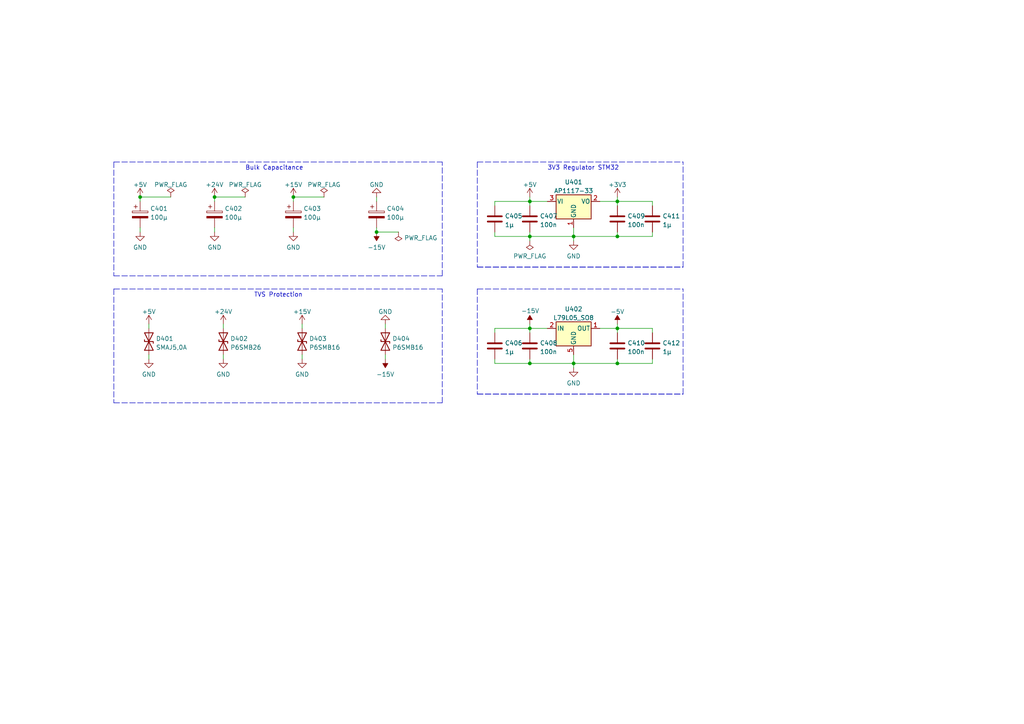
<source format=kicad_sch>
(kicad_sch (version 20211123) (generator eeschema)
  (paper "A4")
  (lib_symbols
    (symbol "Device:C" (pin_numbers hide) (pin_names (offset 0.254))
      (property "Reference" "C" (at 0.635 2.54 0))
      (property "Value" "C" (at 0.635 -2.54 0))
      (symbol "C_0_1"
        (polyline (pts (xy -2.032 -0.762) (xy 2.032 -0.762)) (stroke (width 0.508)))
        (polyline (pts (xy -2.032 0.762) (xy 2.032 0.762)) (stroke (width 0.508)))
      )
      (symbol "C_1_1"
        (pin passive line (at 0 3.81 270) (length 2.794) (name "~") (number "1"))
        (pin passive line (at 0 -3.81 90) (length 2.794) (name "~") (number "2"))
      )
    )
    (symbol "Device:C_Polarized" (pin_numbers hide) (pin_names (offset 0.254))
      (property "Reference" "C" (at 0.635 2.54 0))
      (property "Value" "C_Polarized" (at 0.635 -2.54 0))
      (symbol "C_Polarized_0_1"
        (rectangle (start -2.286 0.508) (end 2.286 1.016))
        (polyline (pts (xy -1.778 2.286) (xy -0.762 2.286)))
        (polyline (pts (xy -1.27 2.794) (xy -1.27 1.778)))
        (rectangle (start 2.286 -0.508) (end -2.286 -1.016) (fill (type outline)))
      )
      (symbol "C_Polarized_1_1"
        (pin passive line (at 0 3.81 270) (length 2.794) (name "~") (number "1"))
        (pin passive line (at 0 -3.81 90) (length 2.794) (name "~") (number "2"))
      )
    )
    (symbol "Device:D_TVS" (pin_numbers hide) (pin_names (offset 1.016) hide)
      (property "Reference" "D" (at 0 2.54 0))
      (property "Value" "D_TVS" (at 0 -2.54 0))
      (symbol "D_TVS_0_1"
        (polyline (pts (xy 1.27 0) (xy -1.27 0)))
        (polyline (pts (xy 0.508 1.27) (xy 0 1.27) (xy 0 -1.27) (xy -0.508 -1.27)) (stroke (width 0.254)))
        (polyline (pts (xy -2.54 1.27) (xy -2.54 -1.27) (xy 2.54 1.27) (xy 2.54 -1.27) (xy -2.54 1.27)) (stroke (width 0.254)))
      )
      (symbol "D_TVS_1_1"
        (pin passive line (at -3.81 0 0) (length 2.54) (name "A1") (number "1"))
        (pin passive line (at 3.81 0 180) (length 2.54) (name "A2") (number "2"))
      )
    )
    (symbol "Regulator_Linear:AP1117-33" (pin_names (offset 0.254))
      (property "Reference" "U" (at -3.81 3.175 0))
      (property "Value" "AP1117-33" (at 0 3.175 0))
      (symbol "AP1117-33_0_1"
        (rectangle (start -5.08 -5.08) (end 5.08 1.905) (stroke (width 0.254)) (fill (type background)))
      )
      (symbol "AP1117-33_1_1"
        (pin power_in line (at 0 -7.62 90) (length 2.54) (name "GND") (number "1"))
        (pin power_out line (at 7.62 0 180) (length 2.54) (name "VO") (number "2"))
        (pin power_in line (at -7.62 0 0) (length 2.54) (name "VI") (number "3"))
      )
    )
    (symbol "Regulator_Linear:L79L05_SO8" (pin_names (offset 0.254))
      (property "Reference" "U" (at -3.81 -3.175 0))
      (property "Value" "L79L05_SO8" (at 0 -3.175 0))
      (symbol "L79L05_SO8_0_1"
        (rectangle (start -5.08 5.08) (end 5.08 -1.905) (stroke (width 0.254)) (fill (type background)))
      )
      (symbol "L79L05_SO8_1_1"
        (pin power_out line (at 7.62 0 180) (length 2.54) (name "OUT") (number "1"))
        (pin power_in line (at -7.62 0 0) (length 2.54) (name "IN") (number "2"))
        (pin passive line (at -7.62 0 0) (length 2.54) hide (name "IN") (number "3"))
        (pin no_connect line (at 7.62 2.54 180) (length 2.54) hide (name "NC") (number "4"))
        (pin power_in line (at 0 7.62 270) (length 2.54) (name "GND") (number "5"))
        (pin passive line (at -7.62 0 0) (length 2.54) hide (name "IN") (number "6"))
        (pin passive line (at -7.62 0 0) (length 2.54) hide (name "IN") (number "7"))
        (pin no_connect line (at -7.62 2.54 0) (length 2.54) hide (name "NC") (number "8"))
      )
    )
    (symbol "power:+15V" (power) (pin_names (offset 0))
      (property "Value" "+15V" (at 0 3.556 0))
      (symbol "+15V_0_1"
        (polyline (pts (xy -0.762 1.27) (xy 0 2.54)))
        (polyline (pts (xy 0 0) (xy 0 2.54)))
        (polyline (pts (xy 0 2.54) (xy 0.762 1.27)))
      )
      (symbol "+15V_1_1"
        (pin power_in line (at 0 0 90) (length 0) hide (name "+15V") (number "1"))
      )
    )
    (symbol "power:+24V" (power) (pin_names (offset 0))
      (property "Value" "+24V" (at 0 3.556 0))
      (symbol "+24V_0_1"
        (polyline (pts (xy -0.762 1.27) (xy 0 2.54)))
        (polyline (pts (xy 0 0) (xy 0 2.54)))
        (polyline (pts (xy 0 2.54) (xy 0.762 1.27)))
      )
      (symbol "+24V_1_1"
        (pin power_in line (at 0 0 90) (length 0) hide (name "+24V") (number "1"))
      )
    )
    (symbol "power:+3V3" (power) (pin_names (offset 0))
      (property "Value" "+3V3" (at 0 3.556 0))
      (symbol "+3V3_0_1"
        (polyline (pts (xy -0.762 1.27) (xy 0 2.54)))
        (polyline (pts (xy 0 0) (xy 0 2.54)))
        (polyline (pts (xy 0 2.54) (xy 0.762 1.27)))
      )
      (symbol "+3V3_1_1"
        (pin power_in line (at 0 0 90) (length 0) hide (name "+3V3") (number "1"))
      )
    )
    (symbol "power:+5V" (power) (pin_names (offset 0))
      (property "Value" "+5V" (at 0 3.556 0))
      (symbol "+5V_0_1"
        (polyline (pts (xy -0.762 1.27) (xy 0 2.54)))
        (polyline (pts (xy 0 0) (xy 0 2.54)))
        (polyline (pts (xy 0 2.54) (xy 0.762 1.27)))
      )
      (symbol "+5V_1_1"
        (pin power_in line (at 0 0 90) (length 0) hide (name "+5V") (number "1"))
      )
    )
    (symbol "power:-15V" (power) (pin_names (offset 0))
      (property "Value" "-15V" (at 0 3.81 0))
      (symbol "-15V_0_0"
        (pin power_in line (at 0 0 90) (length 0) hide (name "-15V") (number "1"))
      )
      (symbol "-15V_0_1"
        (polyline (pts (xy 0 0) (xy 0 1.27) (xy 0.762 1.27) (xy 0 2.54) (xy -0.762 1.27) (xy 0 1.27)) (fill (type outline)))
      )
    )
    (symbol "power:-5V" (power) (pin_names (offset 0))
      (property "Value" "-5V" (at 0 3.81 0))
      (symbol "-5V_0_0"
        (pin power_in line (at 0 0 90) (length 0) hide (name "-5V") (number "1"))
      )
      (symbol "-5V_0_1"
        (polyline (pts (xy 0 0) (xy 0 1.27) (xy 0.762 1.27) (xy 0 2.54) (xy -0.762 1.27) (xy 0 1.27)) (fill (type outline)))
      )
    )
    (symbol "power:GND" (power) (pin_names (offset 0))
      (property "Value" "GND" (at 0 -3.81 0))
      (symbol "GND_0_1"
        (polyline (pts (xy 0 0) (xy 0 -1.27) (xy 1.27 -1.27) (xy 0 -2.54) (xy -1.27 -1.27) (xy 0 -1.27)))
      )
      (symbol "GND_1_1"
        (pin power_in line (at 0 0 270) (length 0) hide (name "GND") (number "1"))
      )
    )
    (symbol "power:PWR_FLAG" (power) (pin_numbers hide) (pin_names (offset 0) hide)
      (property "Value" "PWR_FLAG" (at 0 3.81 0))
      (symbol "PWR_FLAG_0_0"
        (pin power_out line (at 0 0 90) (length 0) (name "pwr") (number "1"))
      )
      (symbol "PWR_FLAG_0_1"
        (polyline (pts (xy 0 0) (xy 0 1.27) (xy -1.016 1.905) (xy 0 2.54) (xy 1.016 1.905) (xy 0 1.27)))
      )
    )
  )
  (junction (at 179.07 58.42))
  (junction (at 153.67 95.25))
  (junction (at 62.23 57.15))
  (junction (at 179.07 105.41))
  (junction (at 179.07 68.58))
  (junction (at 166.37 68.58))
  (junction (at 153.67 58.42))
  (junction (at 153.67 105.41))
  (junction (at 179.07 95.25))
  (junction (at 153.67 68.58))
  (junction (at 109.22 67.31))
  (junction (at 85.09 57.15))
  (junction (at 40.64 57.15))
  (junction (at 166.37 105.41))
  (polyline (pts (xy 138.43 46.99) (xy 138.43 77.47)))
  (wire (pts (xy 143.51 95.25) (xy 143.51 96.52)))
  (wire (pts (xy 85.09 66.04) (xy 85.09 67.31)))
  (wire (pts (xy 62.23 57.15) (xy 71.12 57.15)))
  (wire (pts (xy 153.67 95.25) (xy 153.67 96.52)))
  (polyline (pts (xy 33.02 83.82) (xy 128.27 83.82)))
  (wire (pts (xy 109.22 57.15) (xy 109.22 58.42)))
  (polyline (pts (xy 198.12 77.47) (xy 198.12 46.99)))
  (wire (pts (xy 179.07 105.41) (xy 189.23 105.41)))
  (polyline (pts (xy 33.02 116.84) (xy 128.27 116.84)))
  (wire (pts (xy 166.37 68.58) (xy 179.07 68.58)))
  (wire (pts (xy 173.99 58.42) (xy 179.07 58.42)))
  (wire (pts (xy 179.07 67.31) (xy 179.07 68.58)))
  (wire (pts (xy 40.64 66.04) (xy 40.64 67.31)))
  (wire (pts (xy 166.37 102.87) (xy 166.37 105.41)))
  (wire (pts (xy 85.09 57.15) (xy 93.98 57.15)))
  (wire (pts (xy 179.07 68.58) (xy 189.23 68.58)))
  (polyline (pts (xy 33.02 46.99) (xy 128.27 46.99)))
  (wire (pts (xy 40.64 57.15) (xy 40.64 58.42)))
  (polyline (pts (xy 33.02 83.82) (xy 33.02 116.84)))
  (wire (pts (xy 153.67 93.98) (xy 153.67 95.25)))
  (wire (pts (xy 62.23 66.04) (xy 62.23 67.31)))
  (wire (pts (xy 179.07 95.25) (xy 179.07 93.98)))
  (polyline (pts (xy 128.27 80.01) (xy 128.27 46.99)))
  (polyline (pts (xy 138.43 83.82) (xy 138.43 114.3)))
  (wire (pts (xy 143.51 67.31) (xy 143.51 68.58)))
  (wire (pts (xy 153.67 95.25) (xy 143.51 95.25)))
  (polyline (pts (xy 33.02 46.99) (xy 33.02 80.01)))
  (wire (pts (xy 153.67 58.42) (xy 153.67 59.69)))
  (wire (pts (xy 158.75 58.42) (xy 153.67 58.42)))
  (wire (pts (xy 158.75 95.25) (xy 153.67 95.25)))
  (wire (pts (xy 189.23 105.41) (xy 189.23 104.14)))
  (wire (pts (xy 179.07 58.42) (xy 179.07 57.15)))
  (polyline (pts (xy 33.02 80.01) (xy 128.27 80.01)))
  (wire (pts (xy 179.07 104.14) (xy 179.07 105.41)))
  (polyline (pts (xy 138.43 46.99) (xy 198.12 46.99)))
  (wire (pts (xy 189.23 96.52) (xy 189.23 95.25)))
  (wire (pts (xy 166.37 105.41) (xy 166.37 106.68)))
  (wire (pts (xy 64.77 102.87) (xy 64.77 104.14)))
  (wire (pts (xy 87.63 102.87) (xy 87.63 104.14)))
  (polyline (pts (xy 138.43 114.3) (xy 198.12 114.3)))
  (wire (pts (xy 179.07 58.42) (xy 179.07 59.69)))
  (wire (pts (xy 109.22 67.31) (xy 115.57 67.31)))
  (wire (pts (xy 111.76 93.98) (xy 111.76 95.25)))
  (wire (pts (xy 109.22 66.04) (xy 109.22 67.31)))
  (wire (pts (xy 166.37 105.41) (xy 179.07 105.41)))
  (wire (pts (xy 143.51 105.41) (xy 153.67 105.41)))
  (wire (pts (xy 189.23 68.58) (xy 189.23 67.31)))
  (wire (pts (xy 189.23 95.25) (xy 179.07 95.25)))
  (wire (pts (xy 43.18 102.87) (xy 43.18 104.14)))
  (wire (pts (xy 153.67 105.41) (xy 166.37 105.41)))
  (wire (pts (xy 173.99 95.25) (xy 179.07 95.25)))
  (wire (pts (xy 62.23 57.15) (xy 62.23 58.42)))
  (polyline (pts (xy 138.43 114.3) (xy 198.12 114.3)))
  (wire (pts (xy 189.23 59.69) (xy 189.23 58.42)))
  (wire (pts (xy 40.64 57.15) (xy 49.53 57.15)))
  (wire (pts (xy 153.67 68.58) (xy 153.67 69.85)))
  (wire (pts (xy 143.51 104.14) (xy 143.51 105.41)))
  (wire (pts (xy 153.67 68.58) (xy 166.37 68.58)))
  (wire (pts (xy 43.18 93.98) (xy 43.18 95.25)))
  (polyline (pts (xy 198.12 114.3) (xy 198.12 83.82)))
  (wire (pts (xy 87.63 93.98) (xy 87.63 95.25)))
  (polyline (pts (xy 138.43 83.82) (xy 198.12 83.82)))
  (wire (pts (xy 85.09 57.15) (xy 85.09 58.42)))
  (wire (pts (xy 153.67 58.42) (xy 143.51 58.42)))
  (polyline (pts (xy 138.43 77.47) (xy 198.12 77.47)))
  (polyline (pts (xy 128.27 116.84) (xy 128.27 83.82)))
  (wire (pts (xy 153.67 104.14) (xy 153.67 105.41)))
  (wire (pts (xy 166.37 66.04) (xy 166.37 68.58)))
  (wire (pts (xy 143.51 58.42) (xy 143.51 59.69)))
  (wire (pts (xy 189.23 58.42) (xy 179.07 58.42)))
  (wire (pts (xy 111.76 102.87) (xy 111.76 104.14)))
  (wire (pts (xy 153.67 67.31) (xy 153.67 68.58)))
  (wire (pts (xy 143.51 68.58) (xy 153.67 68.58)))
  (wire (pts (xy 64.77 93.98) (xy 64.77 95.25)))
  (wire (pts (xy 153.67 57.15) (xy 153.67 58.42)))
  (polyline (pts (xy 138.43 77.47) (xy 198.12 77.47)))
  (wire (pts (xy 166.37 68.58) (xy 166.37 69.85)))
  (wire (pts (xy 179.07 95.25) (xy 179.07 96.52)))
  (text "3V3 Regulator STM32" (at 158.75 49.53 0) (effects (font (size 1.27 1.27)) (justify left bottom)))
  (text "Bulk Capacitance" (at 71.12 49.53 0) (effects (font (size 1.27 1.27)) (justify left bottom)))
  (text "TVS Protection\n" (at 73.66 86.36 0) (effects (font (size 1.27 1.27)) (justify left bottom)))
  (symbol (lib_id "power:GND") (at 166.37 69.85 0) (unit 1)
    (property "Reference" "#PWR0419" (effects hide))
    (property "Value" "GND" (at 166.37 74.2934 0))
  )
  (symbol (lib_id "power:-5V") (at 179.07 93.98 0) (unit 1)
    (property "Reference" "#PWR0422" (effects hide))
    (property "Value" "-5V" (at 179.07 90.4042 0))
  )
  (symbol (lib_id "Regulator_Linear:L79L05_SO8") (at 166.37 95.25 0) (mirror x) (unit 1)
    (property "Reference" "U402" (at 166.37 89.6452 0))
    (property "Value" "L79L05_SO8" (at 166.37 92.1821 0))
    (property "Footprint" "Package_SO:SOIC-8_3.9x4.9mm_P1.27mm" (effects hide))
    (property "Datasheet" "http://www.farnell.com/datasheets/1827870.pdf" (effects hide))
  )
  (symbol (lib_id "Device:D_TVS") (at 111.76 99.06 90) (unit 1)
    (property "Reference" "D404" (at 113.792 98.2253 90) (effects (justify right)))
    (property "Value" "P6SMB16" (at 113.792 100.7622 90) (effects (justify right)))
    (property "Footprint" "Diode_SMD:D_SMA" (effects hide))
  )
  (symbol (lib_id "Device:C") (at 189.23 63.5 0) (unit 1)
    (property "Reference" "C411" (at 192.151 62.6653 0) (effects (justify left)))
    (property "Value" "1µ" (at 192.151 65.2022 0) (effects (justify left)))
    (property "Footprint" "Capacitor_SMD:C_0805_2012Metric" (effects hide))
  )
  (symbol (lib_id "power:PWR_FLAG") (at 93.98 57.15 0) (unit 1)
    (property "Reference" "#FLG0403" (effects hide))
    (property "Value" "PWR_FLAG" (at 93.98 53.5742 0))
  )
  (symbol (lib_id "Device:C") (at 153.67 63.5 0) (unit 1)
    (property "Reference" "C407" (at 156.591 62.6653 0) (effects (justify left)))
    (property "Value" "100n" (at 156.591 65.2022 0) (effects (justify left)))
    (property "Footprint" "Capacitor_SMD:C_0805_2012Metric" (effects hide))
  )
  (symbol (lib_id "Device:C") (at 179.07 100.33 0) (unit 1)
    (property "Reference" "C410" (at 181.991 99.4953 0) (effects (justify left)))
    (property "Value" "100n" (at 181.991 102.0322 0) (effects (justify left)))
    (property "Footprint" "Capacitor_SMD:C_0805_2012Metric" (effects hide))
  )
  (symbol (lib_id "Device:D_TVS") (at 64.77 99.06 90) (unit 1)
    (property "Reference" "D402" (at 66.802 98.2253 90) (effects (justify right)))
    (property "Value" "P6SMB26" (at 66.802 100.7622 90) (effects (justify right)))
    (property "Footprint" "Diode_SMD:D_SMA" (effects hide))
  )
  (symbol (lib_id "power:+3V3") (at 179.07 57.15 0) (unit 1)
    (property "Reference" "#PWR0421" (effects hide))
    (property "Value" "+3V3" (at 179.07 53.5742 0))
  )
  (symbol (lib_id "power:GND") (at 109.22 57.15 180) (unit 1)
    (property "Reference" "#PWR0413" (effects hide))
    (property "Value" "GND" (at 109.22 53.5742 0))
  )
  (symbol (lib_id "power:GND") (at 87.63 104.14 0) (unit 1)
    (property "Reference" "#PWR0412" (effects hide))
    (property "Value" "GND" (at 87.63 108.5834 0))
  )
  (symbol (lib_id "power:-15V") (at 153.67 93.98 0) (unit 1)
    (property "Reference" "#PWR0418" (effects hide))
    (property "Value" "-15V" (at 151.13 90.17 0) (effects (justify left)))
  )
  (symbol (lib_id "Device:C") (at 143.51 100.33 0) (unit 1)
    (property "Reference" "C406" (at 146.431 99.4953 0) (effects (justify left)))
    (property "Value" "1µ" (at 146.431 102.0322 0) (effects (justify left)))
    (property "Footprint" "Capacitor_SMD:C_0805_2012Metric" (effects hide))
  )
  (symbol (lib_id "power:-15V") (at 109.22 67.31 180) (unit 1)
    (property "Reference" "#PWR0414" (effects hide))
    (property "Value" "-15V" (at 109.22 71.7534 0))
  )
  (symbol (lib_id "Device:C_Polarized") (at 62.23 62.23 0) (unit 1)
    (property "Reference" "C402" (at 65.151 60.5063 0) (effects (justify left)))
    (property "Value" "100µ" (at 65.151 63.0432 0) (effects (justify left)))
    (property "Footprint" "Capacitor_THT:CP_Radial_D8.0mm_P5.00mm" (effects hide))
  )
  (symbol (lib_id "power:GND") (at 85.09 67.31 0) (unit 1)
    (property "Reference" "#PWR0410" (effects hide))
    (property "Value" "GND" (at 85.09 71.7534 0))
  )
  (symbol (lib_id "power:GND") (at 64.77 104.14 0) (unit 1)
    (property "Reference" "#PWR0408" (effects hide))
    (property "Value" "GND" (at 64.77 108.5834 0))
  )
  (symbol (lib_id "power:GND") (at 166.37 106.68 0) (unit 1)
    (property "Reference" "#PWR0420" (effects hide))
    (property "Value" "GND" (at 166.37 111.1234 0))
  )
  (symbol (lib_id "Regulator_Linear:AP1117-33") (at 166.37 58.42 0) (unit 1)
    (property "Reference" "U401" (at 166.37 52.8152 0))
    (property "Value" "AP1117-33" (at 166.37 55.3521 0))
    (property "Footprint" "Package_TO_SOT_SMD:SOT-223-3_TabPin2" (effects hide))
    (property "Datasheet" "http://www.diodes.com/datasheets/AP1117.pdf" (effects hide))
  )
  (symbol (lib_id "power:+15V") (at 85.09 57.15 0) (unit 1)
    (property "Reference" "#PWR0409" (effects hide))
    (property "Value" "+15V" (at 85.09 53.5742 0))
  )
  (symbol (lib_id "power:GND") (at 40.64 67.31 0) (unit 1)
    (property "Reference" "#PWR0402" (effects hide))
    (property "Value" "GND" (at 40.64 71.7534 0))
  )
  (symbol (lib_id "power:+15V") (at 87.63 93.98 0) (unit 1)
    (property "Reference" "#PWR0411" (effects hide))
    (property "Value" "+15V" (at 87.63 90.4042 0))
  )
  (symbol (lib_id "Device:C") (at 189.23 100.33 0) (unit 1)
    (property "Reference" "C412" (at 192.151 99.4953 0) (effects (justify left)))
    (property "Value" "1µ" (at 192.151 102.0322 0) (effects (justify left)))
    (property "Footprint" "Capacitor_SMD:C_0805_2012Metric" (effects hide))
  )
  (symbol (lib_id "power:PWR_FLAG") (at 115.57 67.31 180) (unit 1)
    (property "Reference" "#FLG0404" (effects hide))
    (property "Value" "PWR_FLAG" (at 117.221 69.0138 0) (effects (justify right)))
  )
  (symbol (lib_id "Device:D_TVS") (at 43.18 99.06 90) (unit 1)
    (property "Reference" "D401" (at 45.212 98.2253 90) (effects (justify right)))
    (property "Value" "SMAJ5,0A" (at 45.212 100.7622 90) (effects (justify right)))
    (property "Footprint" "Diode_SMD:D_SMA" (effects hide))
  )
  (symbol (lib_id "power:GND") (at 111.76 93.98 180) (unit 1)
    (property "Reference" "#PWR0415" (effects hide))
    (property "Value" "GND" (at 111.76 90.4042 0))
  )
  (symbol (lib_id "Device:C") (at 179.07 63.5 0) (unit 1)
    (property "Reference" "C409" (at 181.991 62.6653 0) (effects (justify left)))
    (property "Value" "100n" (at 181.991 65.2022 0) (effects (justify left)))
    (property "Footprint" "Capacitor_SMD:C_0805_2012Metric" (effects hide))
  )
  (symbol (lib_id "Device:C_Polarized") (at 85.09 62.23 0) (unit 1)
    (property "Reference" "C403" (at 88.011 60.5063 0) (effects (justify left)))
    (property "Value" "100µ" (at 88.011 63.0432 0) (effects (justify left)))
    (property "Footprint" "Capacitor_THT:CP_Radial_D8.0mm_P5.00mm" (effects hide))
  )
  (symbol (lib_id "power:GND") (at 62.23 67.31 0) (unit 1)
    (property "Reference" "#PWR0406" (effects hide))
    (property "Value" "GND" (at 62.23 71.7534 0))
  )
  (symbol (lib_id "power:PWR_FLAG") (at 49.53 57.15 0) (unit 1)
    (property "Reference" "#FLG0401" (effects hide))
    (property "Value" "PWR_FLAG" (at 49.53 53.5742 0))
  )
  (symbol (lib_id "power:GND") (at 43.18 104.14 0) (unit 1)
    (property "Reference" "#PWR0404" (effects hide))
    (property "Value" "GND" (at 43.18 108.5834 0))
  )
  (symbol (lib_id "power:PWR_FLAG") (at 153.67 69.85 180) (unit 1)
    (property "Reference" "#FLG0405" (effects hide))
    (property "Value" "PWR_FLAG" (at 153.67 74.2934 0))
  )
  (symbol (lib_id "power:+5V") (at 153.67 57.15 0) (unit 1)
    (property "Reference" "#PWR0417" (effects hide))
    (property "Value" "+5V" (at 153.67 53.5742 0))
  )
  (symbol (lib_id "power:+5V") (at 40.64 57.15 0) (unit 1)
    (property "Reference" "#PWR0401" (effects hide))
    (property "Value" "+5V" (at 40.64 53.5742 0))
  )
  (symbol (lib_id "Device:C") (at 153.67 100.33 0) (unit 1)
    (property "Reference" "C408" (at 156.591 99.4953 0) (effects (justify left)))
    (property "Value" "100n" (at 156.591 102.0322 0) (effects (justify left)))
    (property "Footprint" "Capacitor_SMD:C_0805_2012Metric" (effects hide))
  )
  (symbol (lib_id "Device:C_Polarized") (at 109.22 62.23 0) (unit 1)
    (property "Reference" "C404" (at 112.141 60.5063 0) (effects (justify left)))
    (property "Value" "100µ" (at 112.141 63.0432 0) (effects (justify left)))
    (property "Footprint" "Capacitor_THT:CP_Radial_D8.0mm_P5.00mm" (effects hide))
  )
  (symbol (lib_id "Device:C_Polarized") (at 40.64 62.23 0) (unit 1)
    (property "Reference" "C401" (at 43.561 60.5063 0) (effects (justify left)))
    (property "Value" "100µ" (at 43.561 63.0432 0) (effects (justify left)))
    (property "Footprint" "Capacitor_THT:CP_Radial_D8.0mm_P5.00mm" (effects hide))
  )
  (symbol (lib_id "power:PWR_FLAG") (at 71.12 57.15 0) (unit 1)
    (property "Reference" "#FLG0402" (effects hide))
    (property "Value" "PWR_FLAG" (at 71.12 53.5742 0))
  )
  (symbol (lib_id "power:+24V") (at 62.23 57.15 0) (unit 1)
    (property "Reference" "#PWR0405" (effects hide))
    (property "Value" "+24V" (at 62.23 53.5742 0))
  )
  (symbol (lib_id "power:+5V") (at 43.18 93.98 0) (unit 1)
    (property "Reference" "#PWR0403" (effects hide))
    (property "Value" "+5V" (at 43.18 90.4042 0))
  )
  (symbol (lib_id "power:+24V") (at 64.77 93.98 0) (unit 1)
    (property "Reference" "#PWR0407" (effects hide))
    (property "Value" "+24V" (at 64.77 90.4042 0))
  )
  (symbol (lib_id "power:-15V") (at 111.76 104.14 180) (unit 1)
    (property "Reference" "#PWR0416" (effects hide))
    (property "Value" "-15V" (at 111.76 108.5834 0))
  )
  (symbol (lib_id "Device:C") (at 143.51 63.5 0) (unit 1)
    (property "Reference" "C405" (at 146.431 62.6653 0) (effects (justify left)))
    (property "Value" "1µ" (at 146.431 65.2022 0) (effects (justify left)))
    (property "Footprint" "Capacitor_SMD:C_0805_2012Metric" (effects hide))
  )
  (symbol (lib_id "Device:D_TVS") (at 87.63 99.06 90) (unit 1)
    (property "Reference" "D403" (at 89.662 98.2253 90) (effects (justify right)))
    (property "Value" "P6SMB16" (at 89.662 100.7622 90) (effects (justify right)))
    (property "Footprint" "Diode_SMD:D_SMA" (effects hide))
  )
)
</source>
